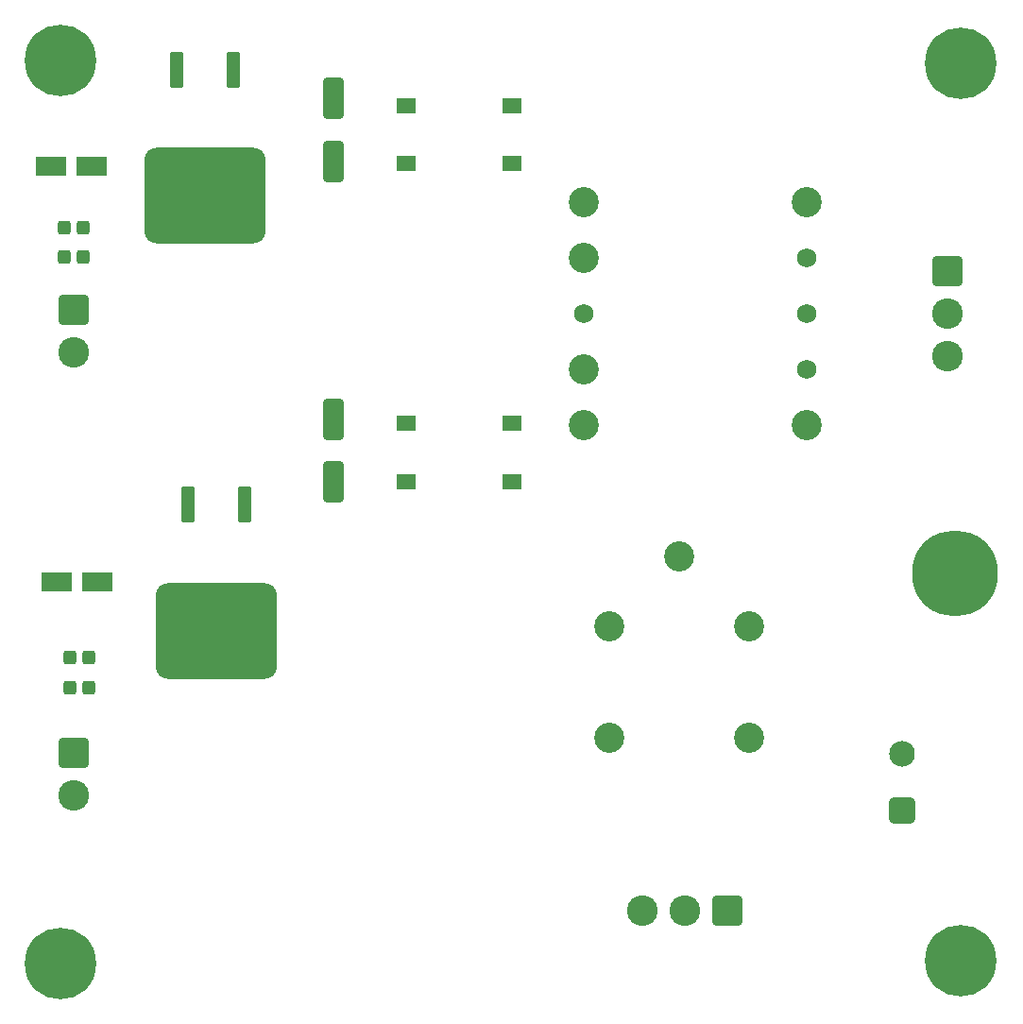
<source format=gts>
%FSLAX23Y23*%
%MOMM*%
%SFA1B1*%

%IPPOS*%
%AMD36*
4,1,8,-0.609600,1.397000,-0.609600,-1.397000,-0.381000,-1.625600,0.381000,-1.625600,0.609600,-1.397000,0.609600,1.397000,0.381000,1.625600,-0.381000,1.625600,-0.609600,1.397000,0.0*
1,1,0.458000,-0.381000,1.397000*
1,1,0.458000,-0.381000,-1.397000*
1,1,0.458000,0.381000,-1.397000*
1,1,0.458000,0.381000,1.397000*
%
%AMD37*
4,1,8,-5.435600,3.144520,-5.435600,-3.144520,-4.287520,-4.292600,4.287520,-4.292600,5.435600,-3.144520,5.435600,3.144520,4.287520,4.292600,-4.287520,4.292600,-5.435600,3.144520,0.0*
1,1,2.298000,-4.287520,3.144520*
1,1,2.298000,-4.287520,-3.144520*
1,1,2.298000,4.287520,-3.144520*
1,1,2.298000,4.287520,3.144520*
%
%AMD38*
4,1,8,0.551180,-0.388620,0.551180,0.388620,0.337820,0.601980,-0.337820,0.601980,-0.551180,0.388620,-0.551180,-0.388620,-0.337820,-0.601980,0.337820,-0.601980,0.551180,-0.388620,0.0*
1,1,0.428000,0.337820,-0.388620*
1,1,0.428000,0.337820,0.388620*
1,1,0.428000,-0.337820,0.388620*
1,1,0.428000,-0.337820,-0.388620*
%
%AMD40*
4,1,8,-0.901700,1.549400,-0.901700,-1.549400,-0.599440,-1.851660,0.599440,-1.851660,0.901700,-1.549400,0.901700,1.549400,0.599440,1.851660,-0.599440,1.851660,-0.901700,1.549400,0.0*
1,1,0.604000,-0.599440,1.549400*
1,1,0.604000,-0.599440,-1.549400*
1,1,0.604000,0.599440,-1.549400*
1,1,0.604000,0.599440,1.549400*
%
%AMD44*
4,1,8,-0.952500,-1.371600,0.952500,-1.371600,1.371600,-0.952500,1.371600,0.952500,0.952500,1.371600,-0.952500,1.371600,-1.371600,0.952500,-1.371600,-0.952500,-0.952500,-1.371600,0.0*
1,1,0.838000,-0.952500,-0.952500*
1,1,0.838000,0.952500,-0.952500*
1,1,0.838000,0.952500,0.952500*
1,1,0.838000,-0.952500,0.952500*
%
%AMD45*
4,1,8,-1.371600,0.952500,-1.371600,-0.952500,-0.952500,-1.371600,0.952500,-1.371600,1.371600,-0.952500,1.371600,0.952500,0.952500,1.371600,-0.952500,1.371600,-1.371600,0.952500,0.0*
1,1,0.838000,-0.952500,0.952500*
1,1,0.838000,-0.952500,-0.952500*
1,1,0.838000,0.952500,-0.952500*
1,1,0.838000,0.952500,0.952500*
%
%AMD50*
4,1,8,-1.150620,0.787400,-1.150620,-0.787400,-0.787400,-1.150620,0.787400,-1.150620,1.150620,-0.787400,1.150620,0.787400,0.787400,1.150620,-0.787400,1.150620,-1.150620,0.787400,0.0*
1,1,0.728000,-0.787400,0.787400*
1,1,0.728000,-0.787400,-0.787400*
1,1,0.728000,0.787400,-0.787400*
1,1,0.728000,0.787400,0.787400*
%
G04~CAMADD=36~8~0.0~0.0~1279.9~479.9~90.2~0.0~15~0.0~0.0~0.0~0.0~0~0.0~0.0~0.0~0.0~0~0.0~0.0~0.0~90.0~480.0~1280.0*
%ADD36D36*%
G04~CAMADD=37~8~0.0~0.0~3379.9~4279.9~452.4~0.0~15~0.0~0.0~0.0~0.0~0~0.0~0.0~0.0~0.0~0~0.0~0.0~0.0~90.0~4280.0~3380.0*
%ADD37D37*%
G04~CAMADD=38~8~0.0~0.0~473.6~434.3~84.3~0.0~15~0.0~0.0~0.0~0.0~0~0.0~0.0~0.0~0.0~0~0.0~0.0~0.0~270.0~434.0~473.0*
%ADD38D38*%
%ADD39R,1.722997X1.402997*%
G04~CAMADD=40~8~0.0~0.0~1457.9~709.8~118.9~0.0~15~0.0~0.0~0.0~0.0~0~0.0~0.0~0.0~0.0~0~0.0~0.0~0.0~90.0~710.0~1458.0*
%ADD40D40*%
%ADD41R,2.802994X1.802996*%
%ADD42C,7.702985*%
%ADD43C,2.742995*%
G04~CAMADD=44~8~0.0~0.0~1079.9~1079.9~165.0~0.0~15~0.0~0.0~0.0~0.0~0~0.0~0.0~0.0~0.0~0~0.0~0.0~0.0~180.0~1080.0~1080.0*
%ADD44D44*%
G04~CAMADD=45~8~0.0~0.0~1079.9~1079.9~165.0~0.0~15~0.0~0.0~0.0~0.0~0~0.0~0.0~0.0~0.0~0~0.0~0.0~0.0~90.0~1080.0~1080.0*
%ADD45D45*%
%ADD46C,6.402987*%
%ADD47C,2.702995*%
%ADD48C,1.726997*%
%ADD49C,2.302995*%
G04~CAMADD=50~8~0.0~0.0~906.7~906.7~143.3~0.0~15~0.0~0.0~0.0~0.0~0~0.0~0.0~0.0~0.0~0~0.0~0.0~0.0~90.0~906.0~906.0*
%ADD50D50*%
%LNdigitalpsu-1*%
%LPD*%
G54D36*
X23539Y48151D03*
X18459D03*
X22539Y87150D03*
X17459D03*
G54D37*
X20999Y36847D03*
X19999Y75848D03*
G54D38*
X9099Y70349D03*
X7399D03*
X9099Y72999D03*
X7399D03*
X9599Y31749D03*
X7899D03*
X9599Y34499D03*
X7899D03*
G54D39*
X47499Y55449D03*
X37999D03*
X47499Y50249D03*
X37999D03*
Y78749D03*
X47499D03*
X37999Y83949D03*
X47499D03*
G54D40*
X31499Y55799D03*
Y50199D03*
Y84549D03*
Y78949D03*
G54D41*
X9799Y78499D03*
X6199D03*
X10299Y41249D03*
X6699D03*
G54D42*
X87249Y41999D03*
G54D43*
X86499Y61439D03*
Y65249D03*
X59189Y11749D03*
X62999D03*
X8249Y61844D03*
Y22094D03*
G54D44*
X86499Y69059D03*
X8249Y65654D03*
Y25904D03*
G54D45*
X66809Y11749D03*
G54D46*
X6999Y87999D03*
Y6999D03*
X87749Y87749D03*
Y7249D03*
G54D47*
X73949Y75249D03*
Y55249D03*
X53949D03*
Y60249D03*
Y70249D03*
Y75249D03*
X68749Y37249D03*
X56249D03*
X68749Y27249D03*
X56249D03*
X62499Y43499D03*
G54D48*
X73949Y70249D03*
Y65249D03*
Y60249D03*
X53949Y65249D03*
G54D49*
X82499Y25789D03*
G54D50*
X82499Y20709D03*
M02*
</source>
